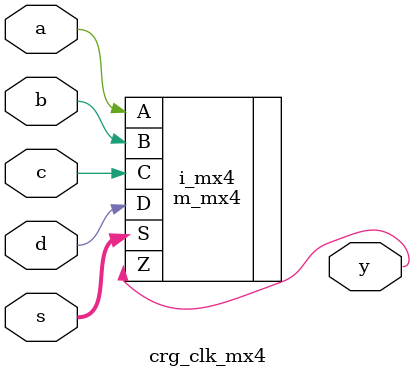
<source format=v>
module crg_clk_mx4 (a, b, c, d, s, y);
   input       a;  // Data a input
   input       b;  // Data b input
   input       c;  // Data c input
   input       d;  // Data d input
   input [1:0] s;  // Select input, '0' selects a, others selects b
   output      y;  // MUX data ouput.

   m_mx4 i_mx4(.A(a), .B(b), .C(c), .D(d), .S(s), .Z(y));

endmodule // crg_clk_mx4

</source>
